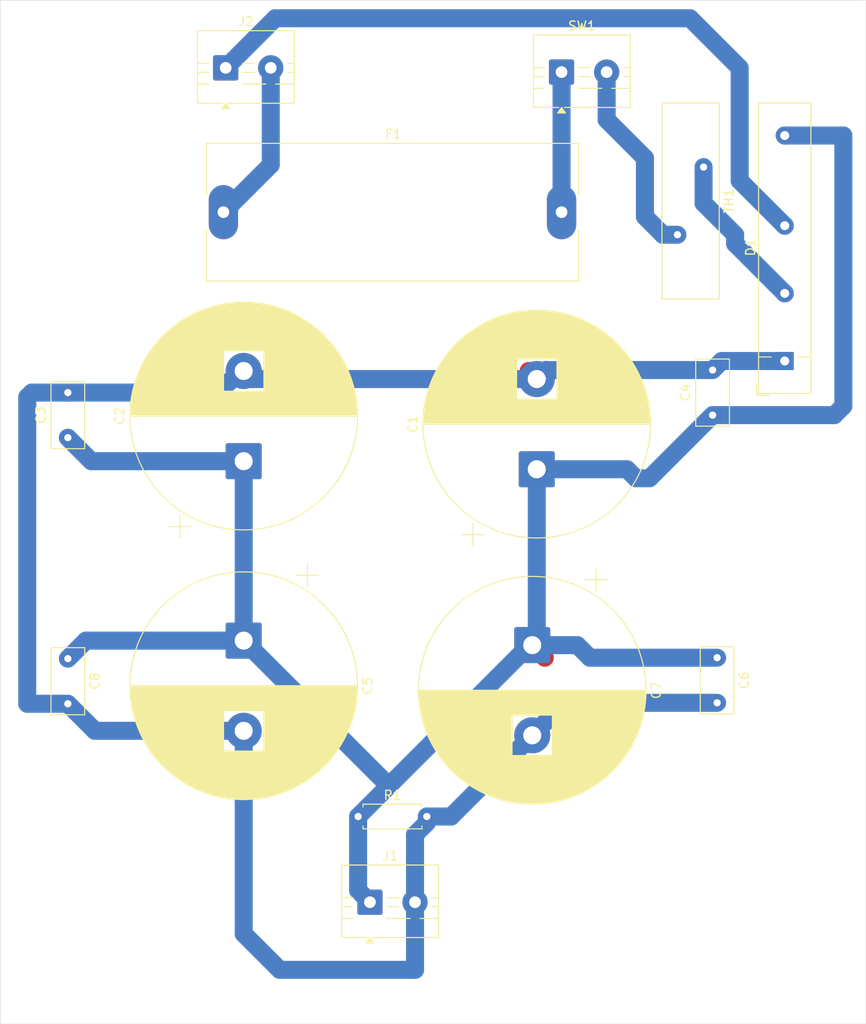
<source format=kicad_pcb>
(kicad_pcb (version 20241229) (generator "pcbnew") (generator_version "9.0")
  (layers (0 "F.Cu" signal) (2 "B.Cu" signal) (13 "F.Paste" user) (15 "B.Paste" user) (5 "F.SilkS" user "F.Silkscreen") (7 "B.SilkS" user "B.Silkscreen") (1 "F.Mask" user) (3 "B.Mask" user) (25 "Edge.Cuts" user))
  (net 0 "")
  (net 1 "Net-(D1-Pad2)")
  (net 2 "Net-(D1-+)")
  (net 3 "GND")
  (net 4 "Net-(J2-Pin_1)")
  (net 5 "Net-(J2-Pin_2)")
  (net 6 "Net-(SW1-A)")
  (net 7 "Net-(SW1-B)")
  (footprint "Capacitor_THT:C_Rect_L7.2mm_W3.5mm_P5.00mm_FKS2_FKP2_MKS2_MKP2" (layer "F.Cu") (at 8.197315 49.302685 90)
    (property "Reference" "C3" (at 2.5 -3 90) (layer "F.SilkS"))
    (property "Value" "100K 63V")
    (pad "1" thru_hole circle (at 0 0 90) (size 1.6 1.6) (drill 0.8) (layers "*.Cu" "*.Mask") (net 2 "Net-(D1-+)"))
    (pad "2" thru_hole circle (at 5 0 90) (size 1.6 1.6) (drill 0.8) (layers "*.Cu" "*.Mask") (net 3 "GND"))
  )
  (footprint "TerminalBlock:TerminalBlock_MaiXu_MX126-5.0-02P_1x02_P5.00mm" (layer "F.Cu") (at 41.697315 100.802685)
    (property "Reference" "J1" (at 2.25 -5.12 0) (layer "F.SilkS"))
    (property "Value" "+ - DC Output")
    (pad "1" thru_hole roundrect (at 0 0) (size 2.8 2.8) (drill 1.3) (layers "*.Cu" "*.Mask") (roundrect_rratio 0.089286) (net 2 "Net-(D1-+)"))
    (pad "2" thru_hole circle (at 5 0) (size 2.8 2.8) (drill 1.3) (layers "*.Cu" "*.Mask") (net 3 "GND"))
  )
  (footprint "Diode_THT:Diode_Bridge_32.0x5.6x17.0mm_P10.0mm_P7.5mm" (layer "F.Cu") (at 87.697315 40.802685 90)
    (property "Reference" "D1" (at 12.6 -3.8 90) (layer "F.SilkS"))
    (property "Value" "JGB-2510")
    (pad "1" thru_hole rect (at 0 0 90) (size 2 2) (drill 1) (layers "*.Cu" "*.Mask") (net 3 "GND"))
    (pad "2" thru_hole circle (at 7.5 0 90) (size 2 2) (drill 1) (layers "*.Cu" "*.Mask") (net 1 "Net-(D1-Pad2)"))
    (pad "3" thru_hole circle (at 15 0 90) (size 2 2) (drill 1) (layers "*.Cu" "*.Mask") (net 4 "Net-(J2-Pin_1)"))
    (pad "4" thru_hole circle (at 25 0 90) (size 2 2) (drill 1) (layers "*.Cu" "*.Mask") (net 2 "Net-(D1-+)"))
  )
  (footprint "Capacitor_THT:C_Rect_L7.2mm_W3.5mm_P5.00mm_FKS2_FKP2_MKS2_MKP2" (layer "F.Cu") (at 8.197315 73.802685 -90)
    (property "Reference" "C8" (at 2.5 -3 90) (layer "F.SilkS"))
    (property "Value" "100K 63V")
    (pad "1" thru_hole circle (at 0 0 270) (size 1.6 1.6) (drill 0.8) (layers "*.Cu" "*.Mask") (net 2 "Net-(D1-+)"))
    (pad "2" thru_hole circle (at 5 0 270) (size 1.6 1.6) (drill 0.8) (layers "*.Cu" "*.Mask") (net 3 "GND"))
  )
  (footprint "Fuse:Fuseholder_Cylinder-6.3x32mm_Schurter_0031-8002_Horizontal_Open" (layer "F.Cu") (at 25.447315 24.302685)
    (property "Reference" "F1" (at 18.85 -8.65 0) (layer "F.SilkS"))
    (property "Value" "Fuse 250 5A")
    (pad "" np_thru_hole circle (at 18.75 0) (size 3.2 3.2) (drill 3.2) (layers "*.Cu" "*.Mask"))
    (pad "1" thru_hole oval (at 0 0) (size 3.25 6) (drill 1.3) (layers "*.Cu" "*.Mask") (net 5 "Net-(J2-Pin_2)"))
    (pad "2" thru_hole oval (at 37.5 0) (size 3.25 6) (drill 1.3) (layers "*.Cu" "*.Mask") (net 6 "Net-(SW1-A)"))
  )
  (footprint "Capacitor_THT:CP_Radial_D25.0mm_P10.00mm_SnapIn" (layer "F.Cu") (at 27.697315 71.802685 -90)
    (property "Reference" "C5" (at 5 -13.75 90) (layer "F.SilkS"))
    (property "Value" "10.000 µF 50V")
    (pad "1" thru_hole roundrect (at 0 0 270) (size 4 4) (drill 2) (layers "*.Cu" "*.Mask") (roundrect_rratio 0.0625) (net 2 "Net-(D1-+)"))
    (pad "2" thru_hole circle (at 10 0 270) (size 4 4) (drill 2) (layers "*.Cu" "*.Mask") (net 3 "GND"))
  )
  (footprint "Capacitor_THT:C_Rect_L7.2mm_W3.5mm_P5.00mm_FKS2_FKP2_MKS2_MKP2" (layer "F.Cu") (at 79.697315 46.802685 90)
    (property "Reference" "C4" (at 2.5 -3 90) (layer "F.SilkS"))
    (property "Value" "100K 63V")
    (pad "1" thru_hole circle (at 0 0 90) (size 1.6 1.6) (drill 0.8) (layers "*.Cu" "*.Mask") (net 2 "Net-(D1-+)"))
    (pad "2" thru_hole circle (at 5 0 90) (size 1.6 1.6) (drill 0.8) (layers "*.Cu" "*.Mask") (net 3 "GND"))
  )
  (footprint "Capacitor_THT:CP_Radial_D25.0mm_P10.00mm_SnapIn" (layer "F.Cu") (at 60.197315 52.802685 90)
    (property "Reference" "C1" (at 5 -13.75 90) (layer "F.SilkS"))
    (property "Value" "10.000 µF 50V")
    (pad "1" thru_hole roundrect (at 0 0 90) (size 4 4) (drill 2) (layers "*.Cu" "*.Mask") (roundrect_rratio 0.0625) (net 2 "Net-(D1-+)"))
    (pad "2" thru_hole circle (at 10 0 90) (size 4 4) (drill 2) (layers "*.Cu" "*.Mask") (net 3 "GND"))
  )
  (footprint "Capacitor_THT:CP_Radial_D25.0mm_P10.00mm_SnapIn" (layer "F.Cu") (at 59.697315 72.302685 -90)
    (property "Reference" "C7" (at 5 -13.75 90) (layer "F.SilkS"))
    (property "Value" "10.000 µF 50V")
    (pad "1" thru_hole roundrect (at 0 0 270) (size 4 4) (drill 2) (layers "*.Cu" "*.Mask") (roundrect_rratio 0.0625) (net 2 "Net-(D1-+)"))
    (pad "2" thru_hole circle (at 10 0 270) (size 4 4) (drill 2) (layers "*.Cu" "*.Mask") (net 3 "GND"))
  )
  (footprint "TerminalBlock:TerminalBlock_MaiXu_MX126-5.0-02P_1x02_P5.00mm" (layer "F.Cu") (at 62.947315 8.770185)
    (property "Reference" "SW1" (at 2.25 -5.12 0) (layer "F.SilkS"))
    (property "Value" "Power Switch")
    (pad "1" thru_hole roundrect (at 0 0) (size 2.8 2.8) (drill 1.3) (layers "*.Cu" "*.Mask") (roundrect_rratio 0.089286) (net 6 "Net-(SW1-A)"))
    (pad "2" thru_hole circle (at 5 0) (size 2.8 2.8) (drill 1.3) (layers "*.Cu" "*.Mask") (net 7 "Net-(SW1-B)"))
  )
  (footprint "TerminalBlock:TerminalBlock_MaiXu_MX126-5.0-02P_1x02_P5.00mm" (layer "F.Cu") (at 25.697315 8.302685)
    (property "Reference" "J2" (at 2.25 -5.12 0) (layer "F.SilkS"))
    (property "Value" "Power In 18V AC 5A")
    (pad "1" thru_hole roundrect (at 0 0) (size 2.8 2.8) (drill 1.3) (layers "*.Cu" "*.Mask") (roundrect_rratio 0.089286) (net 4 "Net-(J2-Pin_1)"))
    (pad "2" thru_hole circle (at 5 0) (size 2.8 2.8) (drill 1.3) (layers "*.Cu" "*.Mask") (net 5 "Net-(J2-Pin_2)"))
  )
  (footprint "Capacitor_THT:C_Rect_L7.2mm_W3.5mm_P5.00mm_FKS2_FKP2_MKS2_MKP2" (layer "F.Cu") (at 80.197315 73.697315 -90)
    (property "Reference" "C6" (at 2.5 -3 90) (layer "F.SilkS"))
    (property "Value" "100K 63V")
    (pad "1" thru_hole circle (at 0 0 270) (size 1.6 1.6) (drill 0.8) (layers "*.Cu" "*.Mask") (net 2 "Net-(D1-+)"))
    (pad "2" thru_hole circle (at 5 0 270) (size 1.6 1.6) (drill 0.8) (layers "*.Cu" "*.Mask") (net 3 "GND"))
  )
  (footprint "Resistor_THT:R_Axial_DIN0207_L6.3mm_D2.5mm_P7.62mm_Horizontal" (layer "F.Cu") (at 40.387315 91.302685)
    (property "Reference" "R1" (at 3.81 -2.37 0) (layer "F.SilkS"))
    (property "Value" "220K 2W")
    (pad "1" thru_hole circle (at 0 0) (size 1.6 1.6) (drill 0.8) (layers "*.Cu" "*.Mask") (net 2 "Net-(D1-+)"))
    (pad "2" thru_hole circle (at 7.62 0) (size 1.6 1.6) (drill 0.8) (layers "*.Cu" "*.Mask") (net 3 "GND"))
  )
  (footprint "Varistor:RV_Disc_D21.5mm_W6.1mm_P7.5mm" (layer "F.Cu") (at 75.797315 26.802685 90)
    (property "Reference" "TH1" (at 3.75 5.7 90) (layer "F.SilkS"))
    (property "Value" "Thermistor NTC 10D 15R")
    (pad "1" thru_hole circle (at 0 0 90) (size 1.8 1.8) (drill 0.8) (layers "*.Cu" "*.Mask") (net 7 "Net-(SW1-B)"))
    (pad "2" thru_hole circle (at 7.5 2.9 90) (size 1.8 1.8) (drill 0.8) (layers "*.Cu" "*.Mask") (net 1 "Net-(D1-Pad2)"))
  )
  (footprint "Capacitor_THT:CP_Radial_D25.0mm_P10.00mm_SnapIn" (layer "F.Cu") (at 27.697315 51.908056 90)
    (property "Reference" "C2" (at 5 -13.75 90) (layer "F.SilkS"))
    (property "Value" "10.000 µF 50V")
    (pad "1" thru_hole roundrect (at 0 0 90) (size 4 4) (drill 2) (layers "*.Cu" "*.Mask") (roundrect_rratio 0.0625) (net 2 "Net-(D1-+)"))
    (pad "2" thru_hole circle (at 10 0 90) (size 4 4) (drill 2) (layers "*.Cu" "*.Mask") (net 3 "GND"))
  )
  (gr_rect (start 0.697315 0.802685) (end 96.697315 114.302685) (stroke (width 0.05)) (fill no) (layer "Edge.Cuts"))
  (segment (start 78.697315 19.302685) (end 78.697315 23.302685) (width 2) (layer "B.Cu") (net 1))
  (segment (start 78.697315 23.302685) (end 82.197315 26.802685) (width 2) (layer "B.Cu") (net 1))
  (segment (start 82.197315 27.802685) (end 87.697315 33.302685) (width 2) (layer "B.Cu") (net 1))
  (segment (start 82.197315 26.802685) (end 82.197315 27.802685) (width 2) (layer "B.Cu") (net 1))
  (segment (start 59.697315 53.302685) (end 60.197315 52.802685) (width 2) (layer "F.Cu") (net 2))
  (segment (start 61.091945 73.697315) (end 59.697315 72.302685) (width 2) (layer "F.Cu") (net 2))
  (segment (start 87.697315 15.802685) (end 94.197315 15.802685) (width 2) (layer "B.Cu") (net 2))
  (segment (start 71.197315 53.802685) (end 70.197315 52.802685) (width 2) (layer "B.Cu") (net 2))
  (segment (start 40.387315 91.302685) (end 40.387315 99.492685) (width 2) (layer "B.Cu") (net 2))
  (segment (start 59.697315 72.302685) (end 59.387315 72.302685) (width 2) (layer "B.Cu") (net 2))
  (segment (start 79.697315 46.802685) (end 72.697315 53.802685) (width 2) (layer "B.Cu") (net 2))
  (segment (start 27.697315 71.802685) (end 43.792315 87.897685) (width 2) (layer "B.Cu") (net 2))
  (segment (start 94.197315 45.802685) (end 93.197315 46.802685) (width 2) (layer "B.Cu") (net 2))
  (segment (start 59.387315 72.302685) (end 43.792315 87.897685) (width 2) (layer "B.Cu") (net 2))
  (segment (start 93.197315 46.802685) (end 79.697315 46.802685) (width 2) (layer "B.Cu") (net 2))
  (segment (start 43.792315 87.897685) (end 40.387315 91.302685) (width 2) (layer "B.Cu") (net 2))
  (segment (start 10.197315 71.802685) (end 8.197315 73.802685) (width 2) (layer "B.Cu") (net 2))
  (segment (start 64.697315 72.302685) (end 59.697315 72.302685) (width 2) (layer "B.Cu") (net 2))
  (segment (start 60.197315 71.802685) (end 59.697315 72.302685) (width 2) (layer "B.Cu") (net 2))
  (segment (start 66.091945 73.697315) (end 64.697315 72.302685) (width 2) (layer "B.Cu") (net 2))
  (segment (start 40.387315 99.492685) (end 41.697315 100.802685) (width 2) (layer "B.Cu") (net 2))
  (segment (start 27.697315 71.802685) (end 10.197315 71.802685) (width 2) (layer "B.Cu") (net 2))
  (segment (start 80.197315 73.697315) (end 66.091945 73.697315) (width 2) (layer "B.Cu") (net 2))
  (segment (start 94.197315 15.802685) (end 94.197315 45.802685) (width 2) (layer "B.Cu") (net 2))
  (segment (start 27.697315 51.908056) (end 27.697315 71.802685) (width 2) (layer "B.Cu") (net 2))
  (segment (start 10.802686 51.908056) (end 8.197315 49.302685) (width 2) (layer "B.Cu") (net 2))
  (segment (start 60.197315 52.802685) (end 60.197315 71.802685) (width 2) (layer "B.Cu") (net 2))
  (segment (start 72.697315 53.802685) (end 71.197315 53.802685) (width 2) (layer "B.Cu") (net 2))
  (segment (start 70.197315 52.802685) (end 60.197315 52.802685) (width 2) (layer "B.Cu") (net 2))
  (segment (start 27.697315 51.908056) (end 10.802686 51.908056) (width 2) (layer "B.Cu") (net 2))
  (segment (start 59.302686 41.908056) (end 60.197315 42.802685) (width 2) (layer "F.Cu") (net 3))
  (segment (start 61.197315 41.802685) (end 60.197315 42.802685) (width 2) (layer "F.Cu") (net 3))
  (segment (start 27.697315 41.908056) (end 27.302686 41.908056) (width 2) (layer "B.Cu") (net 3))
  (segment (start 60.197315 42.802685) (end 28.591944 42.802685) (width 2) (layer "B.Cu") (net 3))
  (segment (start 61.197315 41.802685) (end 60.197315 42.802685) (width 2) (layer "B.Cu") (net 3))
  (segment (start 8.197315 44.302685) (end 4.197315 44.302685) (width 2) (layer "B.Cu") (net 3))
  (segment (start 27.697315 104.302685) (end 31.697315 108.302685) (width 2) (layer "B.Cu") (net 3))
  (segment (start 4.197315 44.302685) (end 3.697315 44.802685) (width 2) (layer "B.Cu") (net 3))
  (segment (start 48.007315 91.302685) (end 48.007315 91.992685) (width 2) (layer "B.Cu") (net 3))
  (segment (start 28.591944 42.802685) (end 27.697315 41.908056) (width 2) (layer "B.Cu") (net 3))
  (segment (start 87.697315 40.802685) (end 80.697315 40.802685) (width 2) (layer "B.Cu") (net 3))
  (segment (start 46.697315 108.302685) (end 46.697315 100.802685) (width 2) (layer "B.Cu") (net 3))
  (segment (start 59.697315 82.302685) (end 50.697315 91.302685) (width 2) (layer "B.Cu") (net 3))
  (segment (start 80.197315 78.697315) (end 63.302685 78.697315) (width 2) (layer "B.Cu") (net 3))
  (segment (start 48.007315 91.992685) (end 46.697315 93.302685) (width 2) (layer "B.Cu") (net 3))
  (segment (start 50.697315 91.302685) (end 48.007315 91.302685) (width 2) (layer "B.Cu") (net 3))
  (segment (start 24.908057 44.302685) (end 8.197315 44.302685) (width 2) (layer "B.Cu") (net 3))
  (segment (start 79.697315 41.802685) (end 61.197315 41.802685) (width 2) (layer "B.Cu") (net 3))
  (segment (start 80.697315 40.802685) (end 79.697315 41.802685) (width 2) (layer "B.Cu") (net 3))
  (segment (start 3.697315 78.802685) (end 8.197315 78.802685) (width 2) (layer "B.Cu") (net 3))
  (segment (start 3.697315 44.802685) (end 3.697315 78.802685) (width 2) (layer "B.Cu") (net 3))
  (segment (start 27.302686 41.908056) (end 24.908057 44.302685) (width 2) (layer "B.Cu") (net 3))
  (segment (start 31.697315 108.302685) (end 46.697315 108.302685) (width 2) (layer "B.Cu") (net 3))
  (segment (start 27.697315 81.802685) (end 11.197315 81.802685) (width 2) (layer "B.Cu") (net 3))
  (segment (start 11.197315 81.802685) (end 8.197315 78.802685) (width 2) (layer "B.Cu") (net 3))
  (segment (start 63.302685 78.697315) (end 59.697315 82.302685) (width 2) (layer "B.Cu") (net 3))
  (segment (start 46.697315 93.302685) (end 46.697315 100.802685) (width 2) (layer "B.Cu") (net 3))
  (segment (start 27.697315 81.802685) (end 27.697315 104.302685) (width 2) (layer "B.Cu") (net 3))
  (segment (start 25.697315 8.302685) (end 31.197315 2.802685) (width 2) (layer "B.Cu") (net 4))
  (segment (start 82.697315 8.302685) (end 82.697315 20.802685) (width 2) (layer "B.Cu") (net 4))
  (segment (start 31.197315 2.802685) (end 77.197315 2.802685) (width 2) (layer "B.Cu") (net 4))
  (segment (start 82.697315 20.802685) (end 87.697315 25.802685) (width 2) (layer "B.Cu") (net 4))
  (segment (start 77.197315 2.802685) (end 82.697315 8.302685) (width 2) (layer "B.Cu") (net 4))
  (segment (start 30.697315 19.052685) (end 25.447315 24.302685) (width 2) (layer "B.Cu") (net 5))
  (segment (start 30.697315 8.302685) (end 30.697315 19.052685) (width 2) (layer "B.Cu") (net 5))
  (segment (start 62.947315 8.770185) (end 62.947315 24.302685) (width 2) (layer "B.Cu") (net 6))
  (segment (start 72.197315 18.302685) (end 72.197315 24.802685) (width 2) (layer "B.Cu") (net 7))
  (segment (start 67.947315 14.052685) (end 72.197315 18.302685) (width 2) (layer "B.Cu") (net 7))
  (segment (start 74.197315 26.802685) (end 75.797315 26.802685) (width 2) (layer "B.Cu") (net 7))
  (segment (start 72.197315 24.802685) (end 74.197315 26.802685) (width 2) (layer "B.Cu") (net 7))
  (segment (start 67.947315 8.770185) (end 67.947315 14.052685) (width 2) (layer "B.Cu") (net 7))
)
</source>
